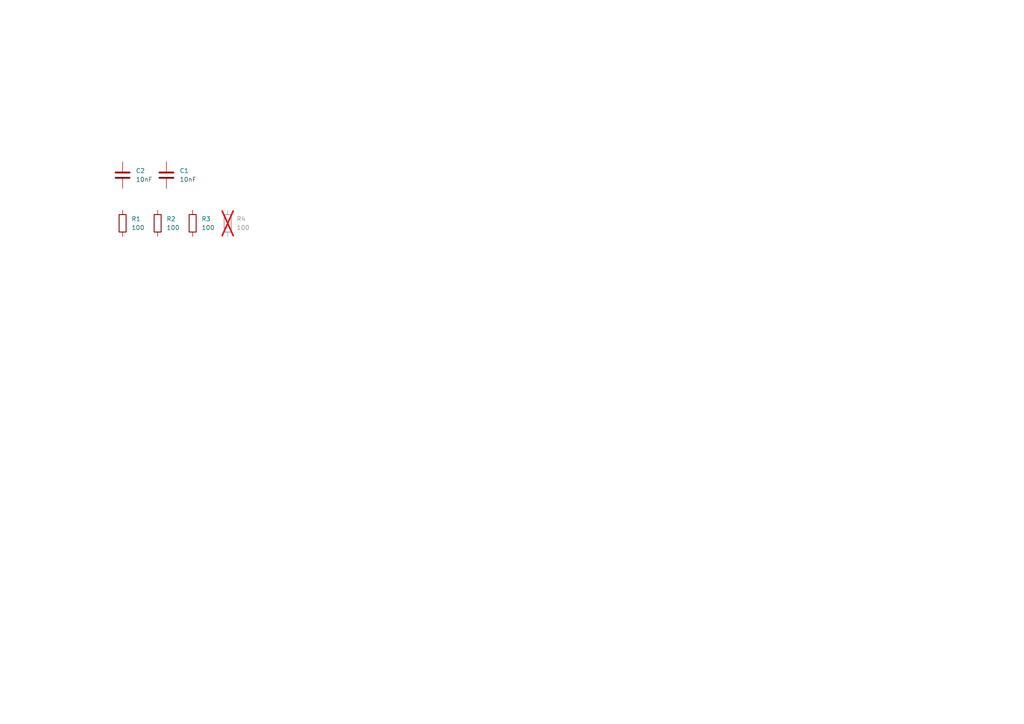
<source format=kicad_sch>
(kicad_sch (version 20231120) (generator "eeschema") (generator_version "8.0")
  (paper "A4")
  (lib_symbols
    (symbol "Device:C" (pin_numbers hide) (pin_names (offset 0.254))
      (property "Reference" "C" (at 0.635 2.54 0))
      (property "Value" "C" (at 0.635 -2.54 0))
      (symbol "C_0_1"
        (polyline (pts (xy -2.032 -0.762) (xy 2.032 -0.762)) (stroke (width 0.508)))
        (polyline (pts (xy -2.032 0.762) (xy 2.032 0.762)) (stroke (width 0.508)))
      )
      (symbol "C_1_1"
        (pin passive line (at 0 3.81 270) (length 2.794) (name "~") (number "1"))
        (pin passive line (at 0 -3.81 90) (length 2.794) (name "~") (number "2"))
      )
    )
    (symbol "Device:R" (pin_numbers hide) (pin_names (offset 0))
      (property "Reference" "R" (at 2.032 0 90))
      (property "Value" "R" (at 0 0 90))
      (symbol "R_0_1"
        (rectangle (start -1.016 -2.54) (end 1.016 2.54) (stroke (width 0.254)))
      )
      (symbol "R_1_1"
        (pin passive line (at 0 3.81 270) (length 1.27) (name "~") (number "1"))
        (pin passive line (at 0 -3.81 90) (length 1.27) (name "~") (number "2"))
      )
    )
  )
  (symbol (lib_id "Device:R") (at 35.56 64.77 0) (unit 1) (exclude_from_sim yes)
    (property "Reference" "R1" (at 38.1 63.4999 0) (effects (justify left)))
    (property "Value" "100" (at 38.1 66.0399 0) (effects (justify left)))
    (property "Description" "Resistor" (effects (hide yes)))
  )
  (symbol (lib_id "Device:C") (at 35.56 50.8 0) (unit 1)
    (property "Reference" "C2" (at 39.37 49.5299 0) (effects (justify left)))
    (property "Value" "10nF" (at 39.37 52.0699 0) (effects (justify left)))
    (property "Description" "Unpolarized capacitor" (effects (hide yes)))
  )
  (symbol (lib_id "Device:R") (at 55.88 64.77 0) (unit 1) (on_board no)
    (property "Reference" "R3" (at 58.42 63.4999 0) (effects (justify left)))
    (property "Value" "100" (at 58.42 66.0399 0) (effects (justify left)))
    (property "Description" "Resistor" (effects (hide yes)))
  )
  (symbol (lib_id "Device:R") (at 66.04 64.77 0) (unit 1) (dnp yes)
    (property "Reference" "R4" (at 68.58 63.4999 0) (effects (justify left)))
    (property "Value" "100" (at 68.58 66.0399 0) (effects (justify left)))
    (property "Description" "Resistor" (effects (hide yes)))
  )
  (symbol (lib_id "Device:C") (at 48.26 50.8 0) (unit 1)
    (property "Reference" "C1" (at 52.07 49.5299 0) (effects (justify left)))
    (property "Value" "10nF" (at 52.07 52.0699 0) (effects (justify left)))
    (property "Description" "Unpolarized capacitor" (effects (hide yes)))
  )
  (symbol (lib_id "Device:R") (at 45.72 64.77 0) (unit 1) (in_bom no)
    (property "Reference" "R2" (at 48.26 63.4999 0) (effects (justify left)))
    (property "Value" "100" (at 48.26 66.0399 0) (effects (justify left)))
    (property "Description" "Resistor" (effects (hide yes)))
  )
)
</source>
